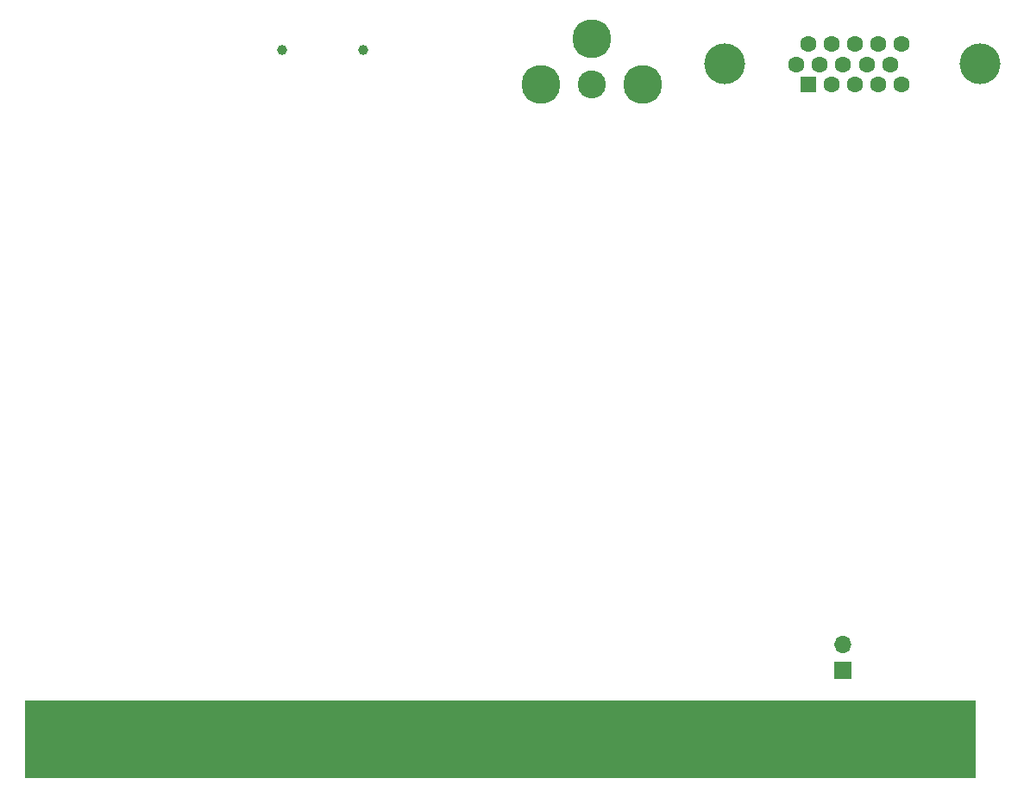
<source format=gbr>
%TF.GenerationSoftware,KiCad,Pcbnew,7.0.11*%
%TF.CreationDate,2024-09-16T15:15:14+02:00*%
%TF.ProjectId,kim-1-programmable-memory,6b696d2d-312d-4707-926f-6772616d6d61,rev?*%
%TF.SameCoordinates,Original*%
%TF.FileFunction,Soldermask,Bot*%
%TF.FilePolarity,Negative*%
%FSLAX46Y46*%
G04 Gerber Fmt 4.6, Leading zero omitted, Abs format (unit mm)*
G04 Created by KiCad (PCBNEW 7.0.11) date 2024-09-16 15:15:14*
%MOMM*%
%LPD*%
G01*
G04 APERTURE LIST*
G04 Aperture macros list*
%AMFreePoly0*
4,1,22,-1.300000,3.270000,1.300000,3.270000,1.300000,-1.970000,1.280250,-2.195743,1.221600,-2.414626,1.125833,-2.620000,0.995858,-2.805624,0.835624,-2.965858,0.650000,-3.095833,0.444626,-3.191600,0.225743,-3.250250,0.000000,-3.270000,-0.225743,-3.250250,-0.444626,-3.191600,-0.650000,-3.095833,-0.835624,-2.965858,-0.995858,-2.805624,-1.125833,-2.620000,-1.221600,-2.414626,-1.280250,-2.195743,
-1.300000,-1.970000,-1.300000,3.270000,-1.300000,3.270000,$1*%
G04 Aperture macros list end*
%ADD10C,0.120000*%
%ADD11C,2.754000*%
%ADD12C,3.820000*%
%ADD13R,1.700000X1.700000*%
%ADD14O,1.700000X1.700000*%
%ADD15C,4.000000*%
%ADD16R,1.600000X1.600000*%
%ADD17C,1.600000*%
%ADD18C,1.000000*%
%ADD19FreePoly0,180.000000*%
G04 APERTURE END LIST*
D10*
%TO.C,J2*%
X60380000Y-163940000D02*
X153620000Y-163940000D01*
X153620000Y-163940000D02*
X153620000Y-156360000D01*
X153620000Y-156360000D02*
X60380000Y-156360000D01*
X60380000Y-156360000D02*
X60380000Y-163940000D01*
G36*
X60380000Y-163940000D02*
G01*
X153620000Y-163940000D01*
X153620000Y-156360000D01*
X60380000Y-156360000D01*
X60380000Y-163940000D01*
G37*
%TD*%
D11*
%TO.C,J4*%
X116040000Y-95842500D03*
D12*
X116040000Y-91342500D03*
X121040000Y-95842500D03*
X111040000Y-95842500D03*
%TD*%
D13*
%TO.C,J1*%
X140650000Y-153380000D03*
D14*
X140650000Y-150840000D03*
%TD*%
D15*
%TO.C,J3*%
X154065000Y-93800000D03*
X129065000Y-93800000D03*
D16*
X137250000Y-95850000D03*
D17*
X139540000Y-95850000D03*
X141830000Y-95850000D03*
X144120000Y-95850000D03*
X146410000Y-95850000D03*
X136105000Y-93870000D03*
X138395000Y-93870000D03*
X140685000Y-93870000D03*
X142975000Y-93870000D03*
X145265000Y-93870000D03*
X137250000Y-91890000D03*
X139540000Y-91890000D03*
X141830000Y-91890000D03*
X144120000Y-91890000D03*
X146410000Y-91890000D03*
%TD*%
D18*
%TO.C,J5*%
X93610000Y-92450000D03*
X85610000Y-92450000D03*
%TD*%
D19*
%TO.C,J2*%
X65420000Y-159880000D03*
X69380000Y-159880000D03*
X73340000Y-159880000D03*
X77300000Y-159880000D03*
X81260000Y-159880000D03*
X85220000Y-159880000D03*
X89180000Y-159880000D03*
X93140000Y-159880000D03*
X97100000Y-159880000D03*
X101060000Y-159880000D03*
X105020000Y-159880000D03*
X108980000Y-159880000D03*
X112940000Y-159880000D03*
X116900000Y-159880000D03*
X120860000Y-159880000D03*
X124820000Y-159880000D03*
X128780000Y-159880000D03*
X132740000Y-159880000D03*
X136700000Y-159880000D03*
X140660000Y-159880000D03*
X144620000Y-159880000D03*
X148580000Y-159880000D03*
%TD*%
M02*

</source>
